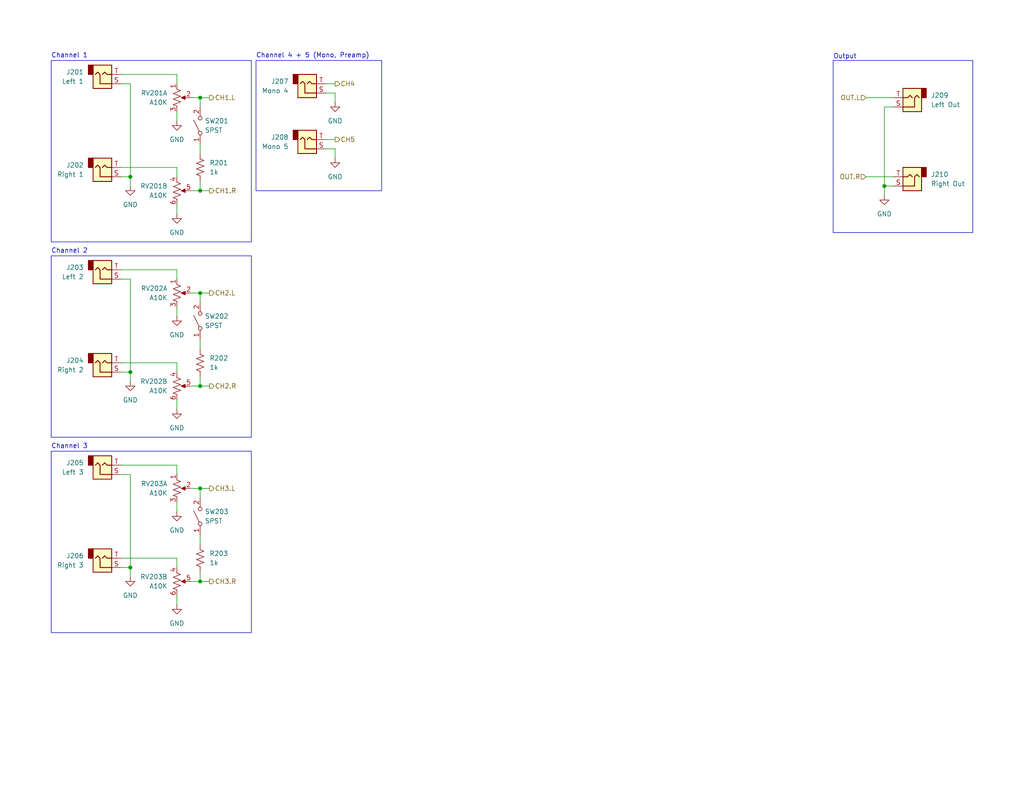
<source format=kicad_sch>
(kicad_sch (version 20250114) (generator "eeschema") (generator_version "9.0")
  (paper "USLetter")
  (title_block (title "Stereo Mixer") (date "2026-01-08") (rev "1.1") (company "vladaviedov.org") (comment 1 "Power: 5-25V Barrel Jack") (comment 2 "CH4-5: Instrument Mono") (comment 3 "CH1-3: Line Stereo"))
  (lib_symbols
    (symbol "Connector_Audio:AudioJack2"
      (property "Reference" "J" (at 0 8.89 0))
      (property "Value" "AudioJack2" (at 0 6.35 0))
      (symbol "AudioJack2_0_1"
        (rectangle (start -3.81 0) (end -2.54 -2.54) (stroke (width 0.254)) (fill (type outline)))
        (rectangle (start -2.54 3.81) (end 2.54 -2.54) (stroke (width 0.254)) (fill (type background)))
        (polyline (pts (xy 0 0) (xy 0.635 -0.635) (xy 1.27 0) (xy 2.54 0)) (stroke (width 0.254)))
        (polyline (pts (xy 2.54 2.54) (xy -0.635 2.54) (xy -0.635 0) (xy -1.27 -0.635) (xy -1.905 0)) (stroke (width 0.254)))
      )
      (symbol "AudioJack2_1_1"
        (pin passive line (at 5.08 2.54 180) (length 2.54) (name "~") (number "S"))
        (pin passive line (at 5.08 0 180) (length 2.54) (name "~") (number "T"))
      )
    )
    (symbol "Custom:R_Potentiometer_US_Dual_Split" (pin_names (offset 1.016) (hide yes))
      (property "Reference" "RV" (at -4.445 0 90))
      (property "Value" "R_Potentiometer_US_Dual_Split" (at -2.54 0 90))
      (symbol "R_Potentiometer_US_Dual_Split_0_1"
        (polyline (pts (xy 0 2.54) (xy 0 2.286)))
        (polyline (pts (xy 0 2.286) (xy 1.016 1.905) (xy 0 1.524) (xy -1.016 1.143) (xy 0 0.762)))
        (polyline (pts (xy 0 0.762) (xy 1.016 0.381) (xy 0 0) (xy -1.016 -0.381) (xy 0 -0.762)))
        (polyline (pts (xy 0 -0.762) (xy 1.016 -1.143) (xy 0 -1.524) (xy -1.016 -1.905) (xy 0 -2.286)))
        (polyline (pts (xy 0 -2.286) (xy 0 -2.54)))
        (polyline (pts (xy 1.143 0) (xy 2.286 0.508) (xy 2.286 -0.508) (xy 1.143 0)) (fill (type outline)))
        (polyline (pts (xy 2.54 0) (xy 1.524 0)))
      )
      (symbol "R_Potentiometer_US_Dual_Split_1_1"
        (pin passive line (at 0 3.81 270) (length 1.27) (name "1") (number "1"))
        (pin passive line (at 0 -3.81 90) (length 1.27) (name "3") (number "3"))
        (pin passive line (at 3.81 0 180) (length 1.27) (name "2") (number "2"))
      )
      (symbol "R_Potentiometer_US_Dual_Split_2_1"
        (pin passive line (at 0 3.81 270) (length 1.27) (name "4") (number "4"))
        (pin passive line (at 0 -3.81 90) (length 1.27) (name "6") (number "6"))
        (pin passive line (at 3.81 0 180) (length 1.27) (name "5") (number "5"))
      )
    )
    (symbol "Device:R_US" (pin_numbers (hide yes)) (pin_names (offset 0))
      (property "Reference" "R" (at 2.54 0 90))
      (property "Value" "R_US" (at -2.54 0 90))
      (symbol "R_US_0_1"
        (polyline (pts (xy 0 2.286) (xy 0 2.54)))
        (polyline (pts (xy 0 2.286) (xy 1.016 1.905) (xy 0 1.524) (xy -1.016 1.143) (xy 0 0.762)))
        (polyline (pts (xy 0 0.762) (xy 1.016 0.381) (xy 0 0) (xy -1.016 -0.381) (xy 0 -0.762)))
        (polyline (pts (xy 0 -0.762) (xy 1.016 -1.143) (xy 0 -1.524) (xy -1.016 -1.905) (xy 0 -2.286)))
        (polyline (pts (xy 0 -2.286) (xy 0 -2.54)))
      )
      (symbol "R_US_1_1"
        (pin passive line (at 0 3.81 270) (length 1.27) (name "~") (number "1"))
        (pin passive line (at 0 -3.81 90) (length 1.27) (name "~") (number "2"))
      )
    )
    (symbol "Switch:SW_SPST" (pin_names (offset 0) (hide yes))
      (property "Reference" "SW" (at 0 3.175 0))
      (property "Value" "SW_SPST" (at 0 -2.54 0))
      (symbol "SW_SPST_0_0"
        (circle (center -2.032 0) (radius 0.508))
        (polyline (pts (xy -1.524 0.254) (xy 1.524 1.778)))
        (circle (center 2.032 0) (radius 0.508))
      )
      (symbol "SW_SPST_1_1"
        (pin passive line (at -5.08 0 0) (length 2.54) (name "A") (number "1"))
        (pin passive line (at 5.08 0 180) (length 2.54) (name "B") (number "2"))
      )
    )
    (symbol "power:GND" (power) (pin_numbers (hide yes)) (pin_names (offset 0) (hide yes))
      (property "Value" "GND" (at 0 -3.81 0))
      (symbol "GND_0_1"
        (polyline (pts (xy 0 0) (xy 0 -1.27) (xy 1.27 -1.27) (xy 0 -2.54) (xy -1.27 -1.27) (xy 0 -1.27)))
      )
      (symbol "GND_1_1"
        (pin power_in line (at 0 0 270) (length 0) (name "~") (number "1"))
      )
    )
  )
  (rectangle (start 13.97 16.51) (end 68.58 66.04))
  (rectangle (start 69.85 16.51) (end 104.14 52.07))
  (rectangle (start 227.33 16.51) (end 265.43 63.5))
  (rectangle (start 13.97 69.85) (end 68.58 119.38))
  (rectangle (start 13.97 123.19) (end 68.58 172.72))
  (text "Channel 3" (at 13.97 121.92 0) (effects (font (size 1.27 1.27)) (justify left)))
  (text "Channel 1" (at 13.97 15.24 0) (effects (font (size 1.27 1.27)) (justify left)))
  (text "Channel 4 + 5 (Mono, Preamp)" (at 69.85 15.24 0) (effects (font (size 1.27 1.27)) (justify left)))
  (text "Channel 2" (at 13.97 68.58 0) (effects (font (size 1.27 1.27)) (justify left)))
  (text "Output" (at 227.33 15.494 0) (effects (font (size 1.27 1.27)) (justify left)))
  (junction (at 54.61 158.75))
  (junction (at 54.61 133.35))
  (junction (at 54.61 105.41))
  (junction (at 54.61 80.01))
  (junction (at 241.3 50.8))
  (junction (at 54.61 52.07))
  (junction (at 35.56 48.26))
  (junction (at 35.56 101.6))
  (junction (at 35.56 154.94))
  (junction (at 54.61 26.67))
  (wire (pts (xy 236.22 26.67) (xy 243.84 26.67)))
  (wire (pts (xy 48.26 30.48) (xy 48.26 33.02)))
  (wire (pts (xy 91.44 40.64) (xy 88.9 40.64)))
  (wire (pts (xy 48.26 45.72) (xy 48.26 48.26)))
  (wire (pts (xy 35.56 129.54) (xy 35.56 154.94)))
  (wire (pts (xy 91.44 43.18) (xy 91.44 40.64)))
  (wire (pts (xy 35.56 157.48) (xy 35.56 154.94)))
  (wire (pts (xy 54.61 105.41) (xy 54.61 102.87)))
  (wire (pts (xy 35.56 22.86) (xy 33.02 22.86)))
  (wire (pts (xy 54.61 135.89) (xy 54.61 133.35)))
  (wire (pts (xy 54.61 105.41) (xy 57.15 105.41)))
  (wire (pts (xy 54.61 26.67) (xy 57.15 26.67)))
  (wire (pts (xy 54.61 80.01) (xy 57.15 80.01)))
  (wire (pts (xy 241.3 53.34) (xy 241.3 50.8)))
  (wire (pts (xy 54.61 133.35) (xy 57.15 133.35)))
  (wire (pts (xy 33.02 127) (xy 48.26 127)))
  (wire (pts (xy 35.56 50.8) (xy 35.56 48.26)))
  (wire (pts (xy 33.02 45.72) (xy 48.26 45.72)))
  (wire (pts (xy 52.07 158.75) (xy 54.61 158.75)))
  (wire (pts (xy 241.3 29.21) (xy 241.3 50.8)))
  (wire (pts (xy 88.9 22.86) (xy 91.44 22.86)))
  (wire (pts (xy 91.44 25.4) (xy 88.9 25.4)))
  (wire (pts (xy 54.61 92.71) (xy 54.61 95.25)))
  (wire (pts (xy 48.26 73.66) (xy 48.26 76.2)))
  (wire (pts (xy 48.26 162.56) (xy 48.26 165.1)))
  (wire (pts (xy 35.56 129.54) (xy 33.02 129.54)))
  (wire (pts (xy 33.02 20.32) (xy 48.26 20.32)))
  (wire (pts (xy 52.07 105.41) (xy 54.61 105.41)))
  (wire (pts (xy 33.02 99.06) (xy 48.26 99.06)))
  (wire (pts (xy 48.26 55.88) (xy 48.26 58.42)))
  (wire (pts (xy 241.3 50.8) (xy 243.84 50.8)))
  (wire (pts (xy 54.61 82.55) (xy 54.61 80.01)))
  (wire (pts (xy 54.61 158.75) (xy 54.61 156.21)))
  (wire (pts (xy 35.56 48.26) (xy 33.02 48.26)))
  (wire (pts (xy 48.26 127) (xy 48.26 129.54)))
  (wire (pts (xy 52.07 80.01) (xy 54.61 80.01)))
  (wire (pts (xy 35.56 101.6) (xy 33.02 101.6)))
  (wire (pts (xy 35.56 76.2) (xy 35.56 101.6)))
  (wire (pts (xy 54.61 158.75) (xy 57.15 158.75)))
  (wire (pts (xy 33.02 152.4) (xy 48.26 152.4)))
  (wire (pts (xy 48.26 137.16) (xy 48.26 139.7)))
  (wire (pts (xy 48.26 99.06) (xy 48.26 101.6)))
  (wire (pts (xy 54.61 29.21) (xy 54.61 26.67)))
  (wire (pts (xy 48.26 83.82) (xy 48.26 86.36)))
  (wire (pts (xy 48.26 109.22) (xy 48.26 111.76)))
  (wire (pts (xy 236.22 48.26) (xy 243.84 48.26)))
  (wire (pts (xy 35.56 22.86) (xy 35.56 48.26)))
  (wire (pts (xy 52.07 133.35) (xy 54.61 133.35)))
  (wire (pts (xy 54.61 146.05) (xy 54.61 148.59)))
  (wire (pts (xy 48.26 20.32) (xy 48.26 22.86)))
  (wire (pts (xy 33.02 73.66) (xy 48.26 73.66)))
  (wire (pts (xy 52.07 52.07) (xy 54.61 52.07)))
  (wire (pts (xy 48.26 152.4) (xy 48.26 154.94)))
  (wire (pts (xy 35.56 76.2) (xy 33.02 76.2)))
  (wire (pts (xy 54.61 39.37) (xy 54.61 41.91)))
  (wire (pts (xy 52.07 26.67) (xy 54.61 26.67)))
  (wire (pts (xy 54.61 52.07) (xy 54.61 49.53)))
  (wire (pts (xy 88.9 38.1) (xy 91.44 38.1)))
  (wire (pts (xy 35.56 154.94) (xy 33.02 154.94)))
  (wire (pts (xy 243.84 29.21) (xy 241.3 29.21)))
  (wire (pts (xy 91.44 27.94) (xy 91.44 25.4)))
  (wire (pts (xy 54.61 52.07) (xy 57.15 52.07)))
  (wire (pts (xy 35.56 104.14) (xy 35.56 101.6)))
  (hierarchical_label "CH3.L" (shape output) (at 57.15 133.35 0))
  (hierarchical_label "CH5" (shape output) (at 91.44 38.1 0))
  (hierarchical_label "OUT.R" (shape input) (at 236.22 48.26 180))
  (hierarchical_label "CH1.L" (shape output) (at 57.15 26.67 0))
  (hierarchical_label "CH3.R" (shape output) (at 57.15 158.75 0))
  (hierarchical_label "CH2.L" (shape output) (at 57.15 80.01 0))
  (hierarchical_label "OUT.L" (shape input) (at 236.22 26.67 180))
  (hierarchical_label "CH4" (shape output) (at 91.44 22.86 0))
  (hierarchical_label "CH2.R" (shape output) (at 57.15 105.41 0))
  (hierarchical_label "CH1.R" (shape output) (at 57.15 52.07 0))
  (symbol (lib_id "power:GND") (at 35.56 157.48 0) (unit 1) (on_board no)
    (property "Reference" "#PWR0203" (effects (hide yes)))
    (property "Value" "GND" (at 35.56 162.56 0))
    (property "Description" "Power symbol creates a global label with name \"GND\" , ground" (effects (hide yes)))
  )
  (symbol (lib_id "power:GND") (at 35.56 104.14 0) (unit 1) (on_board no)
    (property "Reference" "#PWR0202" (effects (hide yes)))
    (property "Value" "GND" (at 35.56 109.22 0))
    (property "Description" "Power symbol creates a global label with name \"GND\" , ground" (effects (hide yes)))
  )
  (symbol (lib_id "Custom:R_Potentiometer_US_Dual_Split") (at 48.26 26.67 0) (unit 1) (on_board no)
    (property "Reference" "RV201" (at 45.72 25.3999 0) (effects (justify right)))
    (property "Value" "A10K" (at 45.72 27.9399 0) (effects (justify right)))
    (property "Description" "Potentiometer, US symbol" (effects (hide yes)))
    (property "Supplier" "https://www.digikey.com/en/products/detail/same-sky-formerly-cui-devices/PTN16-A10125K1A2/20380750" (effects (hide yes)))
  )
  (symbol (lib_id "Connector_Audio:AudioJack2") (at 83.82 38.1 0) (mirror x) (unit 1) (on_board no)
    (property "Reference" "J208" (at 78.74 37.4649 0) (effects (justify right)))
    (property "Value" "Mono 5" (at 78.74 40.0049 0) (effects (justify right)))
    (property "Description" "Audio Jack, 2 Poles (Mono / TS)" (effects (hide yes)))
    (property "Supplier" "Generic" (effects (hide yes)))
  )
  (symbol (lib_id "power:GND") (at 48.26 165.1 0) (unit 1) (on_board no)
    (property "Reference" "#PWR0209" (effects (hide yes)))
    (property "Value" "GND" (at 48.26 170.18 0))
    (property "Description" "Power symbol creates a global label with name \"GND\" , ground" (effects (hide yes)))
  )
  (symbol (lib_id "power:GND") (at 91.44 43.18 0) (unit 1)
    (property "Reference" "#PWR0211" (effects (hide yes)))
    (property "Value" "GND" (at 91.44 48.26 0))
    (property "Description" "Power symbol creates a global label with name \"GND\" , ground" (effects (hide yes)))
  )
  (symbol (lib_id "power:GND") (at 48.26 111.76 0) (unit 1) (on_board no)
    (property "Reference" "#PWR0207" (effects (hide yes)))
    (property "Value" "GND" (at 48.26 116.84 0))
    (property "Description" "Power symbol creates a global label with name \"GND\" , ground" (effects (hide yes)))
  )
  (symbol (lib_id "Connector_Audio:AudioJack2") (at 248.92 26.67 180) (unit 1) (on_board no)
    (property "Reference" "J209" (at 254 26.0349 0) (effects (justify right)))
    (property "Value" "Left Out" (at 254 28.5749 0) (effects (justify right)))
    (property "Description" "Audio Jack, 2 Poles (Mono / TS)" (effects (hide yes)))
    (property "Supplier" "Generic" (effects (hide yes)))
  )
  (symbol (lib_id "power:GND") (at 48.26 58.42 0) (unit 1) (on_board no)
    (property "Reference" "#PWR0205" (effects (hide yes)))
    (property "Value" "GND" (at 48.26 63.5 0))
    (property "Description" "Power symbol creates a global label with name \"GND\" , ground" (effects (hide yes)))
  )
  (symbol (lib_id "Switch:SW_SPST") (at 54.61 34.29 90) (unit 1) (on_board no)
    (property "Reference" "SW201" (at 55.88 33.0199 90) (effects (justify right)))
    (property "Value" "SPST" (at 55.88 35.5599 90) (effects (justify right)))
    (property "Description" "Single Pole Single Throw (SPST) switch" (effects (hide yes)))
    (property "Supplier" "Generic" (effects (hide yes)))
  )
  (symbol (lib_id "Custom:R_Potentiometer_US_Dual_Split") (at 48.26 80.01 0) (unit 1) (on_board no)
    (property "Reference" "RV202" (at 45.72 78.7399 0) (effects (justify right)))
    (property "Value" "A10K" (at 45.72 81.2799 0) (effects (justify right)))
    (property "Description" "Potentiometer, US symbol" (effects (hide yes)))
    (property "Supplier" "https://www.digikey.com/en/products/detail/same-sky-formerly-cui-devices/PTN16-A10125K1A2/20380750" (effects (hide yes)))
  )
  (symbol (lib_id "power:GND") (at 91.44 27.94 0) (unit 1)
    (property "Reference" "#PWR0210" (effects (hide yes)))
    (property "Value" "GND" (at 91.44 33.02 0))
    (property "Description" "Power symbol creates a global label with name \"GND\" , ground" (effects (hide yes)))
  )
  (symbol (lib_id "Device:R_US") (at 54.61 99.06 0) (unit 1) (on_board no)
    (property "Reference" "R202" (at 57.15 97.7899 0) (effects (justify left)))
    (property "Value" "1k" (at 57.15 100.3299 0) (effects (justify left)))
    (property "Description" "Resistor, US symbol" (effects (hide yes)))
    (property "Supplier" "Generic" (effects (hide yes)))
  )
  (symbol (lib_id "Device:R_US") (at 54.61 45.72 0) (unit 1) (on_board no)
    (property "Reference" "R201" (at 57.15 44.4499 0) (effects (justify left)))
    (property "Value" "1k" (at 57.15 46.9899 0) (effects (justify left)))
    (property "Description" "Resistor, US symbol" (effects (hide yes)))
    (property "Supplier" "Generic" (effects (hide yes)))
  )
  (symbol (lib_id "Custom:R_Potentiometer_US_Dual_Split") (at 48.26 52.07 0) (unit 2) (on_board no)
    (property "Reference" "RV201" (at 45.72 50.7999 0) (effects (justify right)))
    (property "Value" "A10K" (at 45.72 53.3399 0) (effects (justify right)))
    (property "Description" "Potentiometer, US symbol" (effects (hide yes)))
    (property "Supplier" "https://www.digikey.com/en/products/detail/same-sky-formerly-cui-devices/PTN16-A10125K1A2/20380750" (effects (hide yes)))
  )
  (symbol (lib_id "Connector_Audio:AudioJack2") (at 27.94 99.06 0) (mirror x) (unit 1) (on_board no)
    (property "Reference" "J204" (at 22.86 98.4249 0) (effects (justify right)))
    (property "Value" "Right 2" (at 22.86 100.9649 0) (effects (justify right)))
    (property "Description" "Audio Jack, 2 Poles (Mono / TS)" (effects (hide yes)))
    (property "Supplier" "Generic" (effects (hide yes)))
  )
  (symbol (lib_id "Connector_Audio:AudioJack2") (at 248.92 48.26 180) (unit 1) (on_board no)
    (property "Reference" "J210" (at 254 47.6249 0) (effects (justify right)))
    (property "Value" "Right Out" (at 254 50.1649 0) (effects (justify right)))
    (property "Description" "Audio Jack, 2 Poles (Mono / TS)" (effects (hide yes)))
    (property "Supplier" "Generic" (effects (hide yes)))
  )
  (symbol (lib_id "Connector_Audio:AudioJack2") (at 27.94 20.32 0) (mirror x) (unit 1) (on_board no)
    (property "Reference" "J201" (at 22.86 19.6849 0) (effects (justify right)))
    (property "Value" "Left 1" (at 22.86 22.2249 0) (effects (justify right)))
    (property "Description" "Audio Jack, 2 Poles (Mono / TS)" (effects (hide yes)))
    (property "Supplier" "Generic" (effects (hide yes)))
  )
  (symbol (lib_id "Connector_Audio:AudioJack2") (at 27.94 45.72 0) (mirror x) (unit 1) (on_board no)
    (property "Reference" "J202" (at 22.86 45.0849 0) (effects (justify right)))
    (property "Value" "Right 1" (at 22.86 47.6249 0) (effects (justify right)))
    (property "Description" "Audio Jack, 2 Poles (Mono / TS)" (effects (hide yes)))
    (property "Supplier" "Generic" (effects (hide yes)))
  )
  (symbol (lib_id "power:GND") (at 48.26 86.36 0) (unit 1) (on_board no)
    (property "Reference" "#PWR0206" (effects (hide yes)))
    (property "Value" "GND" (at 48.26 91.44 0))
    (property "Description" "Power symbol creates a global label with name \"GND\" , ground" (effects (hide yes)))
  )
  (symbol (lib_id "power:GND") (at 48.26 33.02 0) (unit 1) (on_board no)
    (property "Reference" "#PWR0204" (effects (hide yes)))
    (property "Value" "GND" (at 48.26 38.1 0))
    (property "Description" "Power symbol creates a global label with name \"GND\" , ground" (effects (hide yes)))
  )
  (symbol (lib_id "Switch:SW_SPST") (at 54.61 87.63 90) (unit 1) (on_board no)
    (property "Reference" "SW202" (at 55.88 86.3599 90) (effects (justify right)))
    (property "Value" "SPST" (at 55.88 88.8999 90) (effects (justify right)))
    (property "Description" "Single Pole Single Throw (SPST) switch" (effects (hide yes)))
    (property "Supplier" "Generic" (effects (hide yes)))
  )
  (symbol (lib_id "Switch:SW_SPST") (at 54.61 140.97 90) (unit 1) (on_board no)
    (property "Reference" "SW203" (at 55.88 139.6999 90) (effects (justify right)))
    (property "Value" "SPST" (at 55.88 142.2399 90) (effects (justify right)))
    (property "Description" "Single Pole Single Throw (SPST) switch" (effects (hide yes)))
    (property "Supplier" "Generic" (effects (hide yes)))
  )
  (symbol (lib_id "Connector_Audio:AudioJack2") (at 27.94 73.66 0) (mirror x) (unit 1) (on_board no)
    (property "Reference" "J203" (at 22.86 73.0249 0) (effects (justify right)))
    (property "Value" "Left 2" (at 22.86 75.5649 0) (effects (justify right)))
    (property "Description" "Audio Jack, 2 Poles (Mono / TS)" (effects (hide yes)))
    (property "Supplier" "Generic" (effects (hide yes)))
  )
  (symbol (lib_id "Connector_Audio:AudioJack2") (at 83.82 22.86 0) (mirror x) (unit 1) (on_board no)
    (property "Reference" "J207" (at 78.74 22.2249 0) (effects (justify right)))
    (property "Value" "Mono 4" (at 78.74 24.7649 0) (effects (justify right)))
    (property "Description" "Audio Jack, 2 Poles (Mono / TS)" (effects (hide yes)))
    (property "Supplier" "Generic" (effects (hide yes)))
  )
  (symbol (lib_id "Custom:R_Potentiometer_US_Dual_Split") (at 48.26 105.41 0) (unit 2) (on_board no)
    (property "Reference" "RV202" (at 45.72 104.1399 0) (effects (justify right)))
    (property "Value" "A10K" (at 45.72 106.6799 0) (effects (justify right)))
    (property "Description" "Potentiometer, US symbol" (effects (hide yes)))
    (property "Supplier" "https://www.digikey.com/en/products/detail/same-sky-formerly-cui-devices/PTN16-A10125K1A2/20380750" (effects (hide yes)))
  )
  (symbol (lib_id "Custom:R_Potentiometer_US_Dual_Split") (at 48.26 133.35 0) (unit 1) (on_board no)
    (property "Reference" "RV203" (at 45.72 132.0799 0) (effects (justify right)))
    (property "Value" "A10K" (at 45.72 134.6199 0) (effects (justify right)))
    (property "Description" "Potentiometer, US symbol" (effects (hide yes)))
    (property "Supplier" "https://www.digikey.com/en/products/detail/same-sky-formerly-cui-devices/PTN16-A10125K1A2/20380750" (effects (hide yes)))
  )
  (symbol (lib_id "Connector_Audio:AudioJack2") (at 27.94 152.4 0) (mirror x) (unit 1) (on_board no)
    (property "Reference" "J206" (at 22.86 151.7649 0) (effects (justify right)))
    (property "Value" "Right 3" (at 22.86 154.3049 0) (effects (justify right)))
    (property "Description" "Audio Jack, 2 Poles (Mono / TS)" (effects (hide yes)))
    (property "Supplier" "Generic" (effects (hide yes)))
  )
  (symbol (lib_id "power:GND") (at 48.26 139.7 0) (unit 1) (on_board no)
    (property "Reference" "#PWR0208" (effects (hide yes)))
    (property "Value" "GND" (at 48.26 144.78 0))
    (property "Description" "Power symbol creates a global label with name \"GND\" , ground" (effects (hide yes)))
  )
  (symbol (lib_id "Custom:R_Potentiometer_US_Dual_Split") (at 48.26 158.75 0) (unit 2) (on_board no)
    (property "Reference" "RV203" (at 45.72 157.4799 0) (effects (justify right)))
    (property "Value" "A10K" (at 45.72 160.0199 0) (effects (justify right)))
    (property "Description" "Potentiometer, US symbol" (effects (hide yes)))
    (property "Supplier" "https://www.digikey.com/en/products/detail/same-sky-formerly-cui-devices/PTN16-A10125K1A2/20380750" (effects (hide yes)))
  )
  (symbol (lib_id "Device:R_US") (at 54.61 152.4 0) (unit 1) (on_board no)
    (property "Reference" "R203" (at 57.15 151.1299 0) (effects (justify left)))
    (property "Value" "1k" (at 57.15 153.6699 0) (effects (justify left)))
    (property "Description" "Resistor, US symbol" (effects (hide yes)))
    (property "Supplier" "Generic" (effects (hide yes)))
  )
  (symbol (lib_id "Connector_Audio:AudioJack2") (at 27.94 127 0) (mirror x) (unit 1) (on_board no)
    (property "Reference" "J205" (at 22.86 126.3649 0) (effects (justify right)))
    (property "Value" "Left 3" (at 22.86 128.9049 0) (effects (justify right)))
    (property "Description" "Audio Jack, 2 Poles (Mono / TS)" (effects (hide yes)))
    (property "Supplier" "Generic" (effects (hide yes)))
  )
  (symbol (lib_id "power:GND") (at 241.3 53.34 0) (unit 1) (on_board no)
    (property "Reference" "#PWR0212" (effects (hide yes)))
    (property "Value" "GND" (at 241.3 58.42 0))
    (property "Description" "Power symbol creates a global label with name \"GND\" , ground" (effects (hide yes)))
  )
  (symbol (lib_id "power:GND") (at 35.56 50.8 0) (unit 1) (on_board no)
    (property "Reference" "#PWR0201" (effects (hide yes)))
    (property "Value" "GND" (at 35.56 55.88 0))
    (property "Description" "Power symbol creates a global label with name \"GND\" , ground" (effects (hide yes)))
  )
)
</source>
